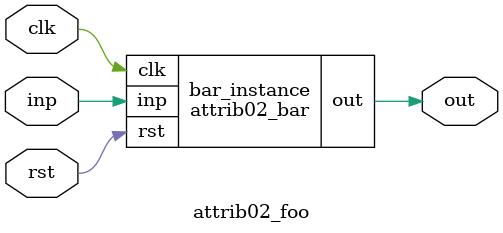
<source format=v>
module attrib02_bar(clk, rst, inp, out);
  (* this_is_clock = 1 *)
  input  wire clk;
  (* this_is_reset = 1 *)
  input  wire rst;
  input  wire inp;
  (* an_output_register = 1*)
  output reg  out;

  always @(posedge clk)
    if (rst) out <= 1'd0;
    else     out <= ~inp;

endmodule

module attrib02_foo(clk, rst, inp, out);
  (* this_is_the_master_clock *)
  input  wire clk;
  input  wire rst;
  input  wire inp;
  output wire out;

  attrib02_bar bar_instance (clk, rst, inp, out);
endmodule


</source>
